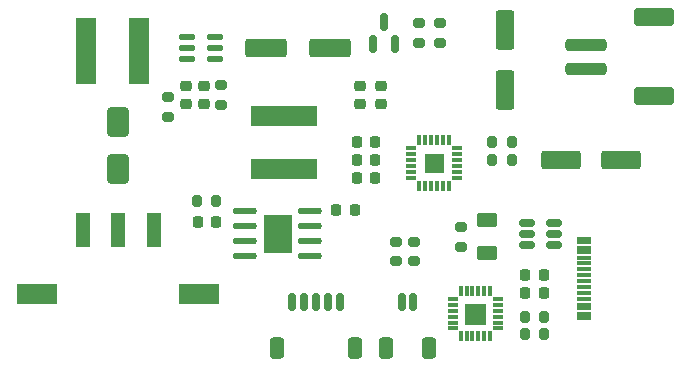
<source format=gbr>
%TF.GenerationSoftware,KiCad,Pcbnew,8.0.7*%
%TF.CreationDate,2025-01-06T14:24:51-08:00*%
%TF.ProjectId,motion-play-power,6d6f7469-6f6e-42d7-906c-61792d706f77,rev?*%
%TF.SameCoordinates,Original*%
%TF.FileFunction,Paste,Top*%
%TF.FilePolarity,Positive*%
%FSLAX46Y46*%
G04 Gerber Fmt 4.6, Leading zero omitted, Abs format (unit mm)*
G04 Created by KiCad (PCBNEW 8.0.7) date 2025-01-06 14:24:51*
%MOMM*%
%LPD*%
G01*
G04 APERTURE LIST*
G04 Aperture macros list*
%AMRoundRect*
0 Rectangle with rounded corners*
0 $1 Rounding radius*
0 $2 $3 $4 $5 $6 $7 $8 $9 X,Y pos of 4 corners*
0 Add a 4 corners polygon primitive as box body*
4,1,4,$2,$3,$4,$5,$6,$7,$8,$9,$2,$3,0*
0 Add four circle primitives for the rounded corners*
1,1,$1+$1,$2,$3*
1,1,$1+$1,$4,$5*
1,1,$1+$1,$6,$7*
1,1,$1+$1,$8,$9*
0 Add four rect primitives between the rounded corners*
20,1,$1+$1,$2,$3,$4,$5,0*
20,1,$1+$1,$4,$5,$6,$7,0*
20,1,$1+$1,$6,$7,$8,$9,0*
20,1,$1+$1,$8,$9,$2,$3,0*%
G04 Aperture macros list end*
%ADD10C,0.010000*%
%ADD11RoundRect,0.200000X0.275000X-0.200000X0.275000X0.200000X-0.275000X0.200000X-0.275000X-0.200000X0*%
%ADD12RoundRect,0.225000X0.250000X-0.225000X0.250000X0.225000X-0.250000X0.225000X-0.250000X-0.225000X0*%
%ADD13RoundRect,0.200000X0.200000X0.275000X-0.200000X0.275000X-0.200000X-0.275000X0.200000X-0.275000X0*%
%ADD14R,1.300000X0.300000*%
%ADD15RoundRect,0.225000X-0.225000X-0.250000X0.225000X-0.250000X0.225000X0.250000X-0.225000X0.250000X0*%
%ADD16RoundRect,0.150000X-0.512500X-0.150000X0.512500X-0.150000X0.512500X0.150000X-0.512500X0.150000X0*%
%ADD17RoundRect,0.225000X0.225000X0.250000X-0.225000X0.250000X-0.225000X-0.250000X0.225000X-0.250000X0*%
%ADD18RoundRect,0.250000X0.550000X-1.412500X0.550000X1.412500X-0.550000X1.412500X-0.550000X-1.412500X0*%
%ADD19R,5.700000X1.700000*%
%ADD20RoundRect,0.225000X-0.250000X0.225000X-0.250000X-0.225000X0.250000X-0.225000X0.250000X0.225000X0*%
%ADD21RoundRect,0.250000X1.500000X-0.250000X1.500000X0.250000X-1.500000X0.250000X-1.500000X-0.250000X0*%
%ADD22RoundRect,0.250001X1.449999X-0.499999X1.449999X0.499999X-1.449999X0.499999X-1.449999X-0.499999X0*%
%ADD23RoundRect,0.250000X0.650000X-1.000000X0.650000X1.000000X-0.650000X1.000000X-0.650000X-1.000000X0*%
%ADD24RoundRect,0.200000X-0.275000X0.200000X-0.275000X-0.200000X0.275000X-0.200000X0.275000X0.200000X0*%
%ADD25RoundRect,0.150000X-0.150000X-0.625000X0.150000X-0.625000X0.150000X0.625000X-0.150000X0.625000X0*%
%ADD26RoundRect,0.250000X-0.350000X-0.650000X0.350000X-0.650000X0.350000X0.650000X-0.350000X0.650000X0*%
%ADD27RoundRect,0.033750X0.101250X-0.396250X0.101250X0.396250X-0.101250X0.396250X-0.101250X-0.396250X0*%
%ADD28RoundRect,0.033750X0.396250X-0.101250X0.396250X0.101250X-0.396250X0.101250X-0.396250X-0.101250X0*%
%ADD29R,1.300000X3.000000*%
%ADD30R,3.500000X1.700000*%
%ADD31RoundRect,0.250000X-1.500000X-0.550000X1.500000X-0.550000X1.500000X0.550000X-1.500000X0.550000X0*%
%ADD32RoundRect,0.150000X0.150000X-0.587500X0.150000X0.587500X-0.150000X0.587500X-0.150000X-0.587500X0*%
%ADD33R,1.700000X5.700000*%
%ADD34RoundRect,0.032500X-0.097500X0.387500X-0.097500X-0.387500X0.097500X-0.387500X0.097500X0.387500X0*%
%ADD35RoundRect,0.032500X-0.387500X0.097500X-0.387500X-0.097500X0.387500X-0.097500X0.387500X0.097500X0*%
%ADD36C,0.610000*%
%ADD37O,2.040000X0.570000*%
%ADD38R,2.400000X3.200000*%
%ADD39RoundRect,0.250000X0.625000X-0.375000X0.625000X0.375000X-0.625000X0.375000X-0.625000X-0.375000X0*%
%ADD40RoundRect,0.250000X-1.412500X-0.550000X1.412500X-0.550000X1.412500X0.550000X-1.412500X0.550000X0*%
%ADD41RoundRect,0.147500X-0.537500X-0.147500X0.537500X-0.147500X0.537500X0.147500X-0.537500X0.147500X0*%
G04 APERTURE END LIST*
D10*
%TO.C,U3*%
X163275000Y-93775000D02*
X161725000Y-93775000D01*
X161725000Y-92225000D01*
X163275000Y-92225000D01*
X163275000Y-93775000D01*
G36*
X163275000Y-93775000D02*
G01*
X161725000Y-93775000D01*
X161725000Y-92225000D01*
X163275000Y-92225000D01*
X163275000Y-93775000D01*
G37*
%TO.C,U1*%
X166850000Y-106600000D02*
X165150000Y-106600000D01*
X165150000Y-104900000D01*
X166850000Y-104900000D01*
X166850000Y-106600000D01*
G36*
X166850000Y-106600000D02*
G01*
X165150000Y-106600000D01*
X165150000Y-104900000D01*
X166850000Y-104900000D01*
X166850000Y-106600000D01*
G37*
%TD*%
D11*
%TO.C,R5*%
X164750000Y-100075000D03*
X164750000Y-98425000D03*
%TD*%
D12*
%TO.C,C9*%
X143000000Y-88025000D03*
X143000000Y-86475000D03*
%TD*%
D13*
%TO.C,R2*%
X171825000Y-106000000D03*
X170175000Y-106000000D03*
%TD*%
D14*
%TO.C,USBC1*%
X175162500Y-106100000D03*
X175162500Y-105300000D03*
X175162500Y-104000000D03*
X175162500Y-103000000D03*
X175162500Y-102500000D03*
X175162500Y-101500000D03*
X175162500Y-100200000D03*
X175162500Y-99400000D03*
X175162500Y-99700000D03*
X175162500Y-100500000D03*
X175162500Y-101000000D03*
X175162500Y-102000000D03*
X175162500Y-103500000D03*
X175162500Y-104500000D03*
X175162500Y-105000000D03*
X175162500Y-105800000D03*
%TD*%
D15*
%TO.C,C12*%
X142475000Y-98000000D03*
X144025000Y-98000000D03*
%TD*%
D16*
%TO.C,U2*%
X170362500Y-98050000D03*
X170362500Y-99000000D03*
X170362500Y-99950000D03*
X172637500Y-99950000D03*
X172637500Y-99000000D03*
X172637500Y-98050000D03*
%TD*%
D13*
%TO.C,R11*%
X144075000Y-96250000D03*
X142425000Y-96250000D03*
%TD*%
D17*
%TO.C,C3*%
X157525000Y-91250000D03*
X155975000Y-91250000D03*
%TD*%
D18*
%TO.C,C13*%
X168500000Y-86787500D03*
X168500000Y-81712500D03*
%TD*%
D19*
%TO.C,L1*%
X149750000Y-93500000D03*
X149750000Y-89000000D03*
%TD*%
D20*
%TO.C,C6*%
X158000000Y-86475000D03*
X158000000Y-88025000D03*
%TD*%
D21*
%TO.C,J1*%
X175400000Y-85000000D03*
X175400000Y-83000000D03*
D22*
X181150000Y-87350000D03*
X181150000Y-80650000D03*
%TD*%
D23*
%TO.C,D1*%
X135750000Y-89500000D03*
X135750000Y-93500000D03*
%TD*%
D24*
%TO.C,R9*%
X144500000Y-86425000D03*
X144500000Y-88075000D03*
%TD*%
D25*
%TO.C,J4*%
X150500000Y-104750000D03*
X151500000Y-104750000D03*
X152500000Y-104750000D03*
X153500000Y-104750000D03*
X154500000Y-104750000D03*
D26*
X149200000Y-108625000D03*
X155800000Y-108625000D03*
%TD*%
D13*
%TO.C,R6*%
X169075000Y-92750000D03*
X167425000Y-92750000D03*
%TD*%
D11*
%TO.C,R10*%
X140000000Y-89075000D03*
X140000000Y-87425000D03*
%TD*%
D13*
%TO.C,TH1*%
X169075000Y-91250000D03*
X167425000Y-91250000D03*
%TD*%
D15*
%TO.C,C1*%
X170225000Y-102500000D03*
X171775000Y-102500000D03*
%TD*%
D27*
%TO.C,U3*%
X161250000Y-94935000D03*
X161750000Y-94935000D03*
X162250000Y-94935000D03*
X162750000Y-94935000D03*
X163250000Y-94935000D03*
X163750000Y-94935000D03*
D28*
X164435000Y-94250000D03*
X164435000Y-93750000D03*
X164435000Y-93250000D03*
X164435000Y-92750000D03*
X164435000Y-92250000D03*
X164435000Y-91750000D03*
D27*
X163750000Y-91065000D03*
X163250000Y-91065000D03*
X162750000Y-91065000D03*
X162250000Y-91065000D03*
X161750000Y-91065000D03*
X161250000Y-91065000D03*
D28*
X160565000Y-91750000D03*
X160565000Y-92250000D03*
X160565000Y-92750000D03*
X160565000Y-93250000D03*
X160565000Y-93750000D03*
X160565000Y-94250000D03*
%TD*%
D17*
%TO.C,C5*%
X157525000Y-92750000D03*
X155975000Y-92750000D03*
%TD*%
D24*
%TO.C,R8*%
X163000000Y-81175000D03*
X163000000Y-82825000D03*
%TD*%
D29*
%TO.C,CN1*%
X138750000Y-98657500D03*
X135750000Y-98657500D03*
X132750000Y-98657500D03*
D30*
X128890000Y-104097500D03*
X142610000Y-104097500D03*
%TD*%
D31*
%TO.C,C8*%
X148300000Y-83250000D03*
X153700000Y-83250000D03*
%TD*%
D13*
%TO.C,R1*%
X171825000Y-107500000D03*
X170175000Y-107500000D03*
%TD*%
D24*
%TO.C,R7*%
X161250000Y-81175000D03*
X161250000Y-82825000D03*
%TD*%
D32*
%TO.C,Q1*%
X157300000Y-82937500D03*
X159200000Y-82937500D03*
X158250000Y-81062500D03*
%TD*%
D33*
%TO.C,L2*%
X137500000Y-83500000D03*
X133000000Y-83500000D03*
%TD*%
D25*
%TO.C,J3*%
X159750000Y-104750000D03*
X160750000Y-104750000D03*
D26*
X158450000Y-108625000D03*
X162050000Y-108625000D03*
%TD*%
D34*
%TO.C,U1*%
X167250000Y-103820000D03*
X166750000Y-103820000D03*
X166250000Y-103820000D03*
X165750000Y-103820000D03*
X165250000Y-103820000D03*
X164750000Y-103820000D03*
D35*
X164070000Y-104500000D03*
X164070000Y-105000000D03*
X164070000Y-105500000D03*
X164070000Y-106000000D03*
X164070000Y-106500000D03*
X164070000Y-107000000D03*
D34*
X164750000Y-107680000D03*
X165250000Y-107680000D03*
X165750000Y-107680000D03*
X166250000Y-107680000D03*
X166750000Y-107680000D03*
X167250000Y-107680000D03*
D35*
X167930000Y-107000000D03*
X167930000Y-106500000D03*
X167930000Y-106000000D03*
X167930000Y-105500000D03*
X167930000Y-105000000D03*
X167930000Y-104500000D03*
%TD*%
D36*
%TO.C,U5*%
X149750000Y-98500000D03*
X148750000Y-98500000D03*
X149750000Y-99500000D03*
X148750000Y-99500000D03*
D37*
X146480000Y-97090000D03*
X146480000Y-98370000D03*
X146480000Y-99630000D03*
X146480000Y-100900000D03*
X152020000Y-100900000D03*
X152020000Y-99630000D03*
X152020000Y-98370000D03*
X152020000Y-97090000D03*
D38*
X149250000Y-99000000D03*
%TD*%
D17*
%TO.C,C4*%
X157525000Y-94250000D03*
X155975000Y-94250000D03*
%TD*%
D11*
%TO.C,R3*%
X159250000Y-101325000D03*
X159250000Y-99675000D03*
%TD*%
D12*
%TO.C,C10*%
X141500000Y-88025000D03*
X141500000Y-86475000D03*
%TD*%
D11*
%TO.C,R4*%
X160760000Y-101325000D03*
X160760000Y-99675000D03*
%TD*%
D39*
%TO.C,F1*%
X167000000Y-100650000D03*
X167000000Y-97850000D03*
%TD*%
D40*
%TO.C,C14*%
X173212500Y-92750000D03*
X178287500Y-92750000D03*
%TD*%
D20*
%TO.C,C7*%
X156250000Y-86475000D03*
X156250000Y-88025000D03*
%TD*%
D15*
%TO.C,C2*%
X170225000Y-104010000D03*
X171775000Y-104010000D03*
%TD*%
D41*
%TO.C,U4*%
X141580000Y-82300000D03*
X141580000Y-83250000D03*
X141580000Y-84200000D03*
X143920000Y-84200000D03*
X143920000Y-83250000D03*
X143920000Y-82300000D03*
%TD*%
D17*
%TO.C,C11*%
X155775000Y-97000000D03*
X154225000Y-97000000D03*
%TD*%
M02*

</source>
